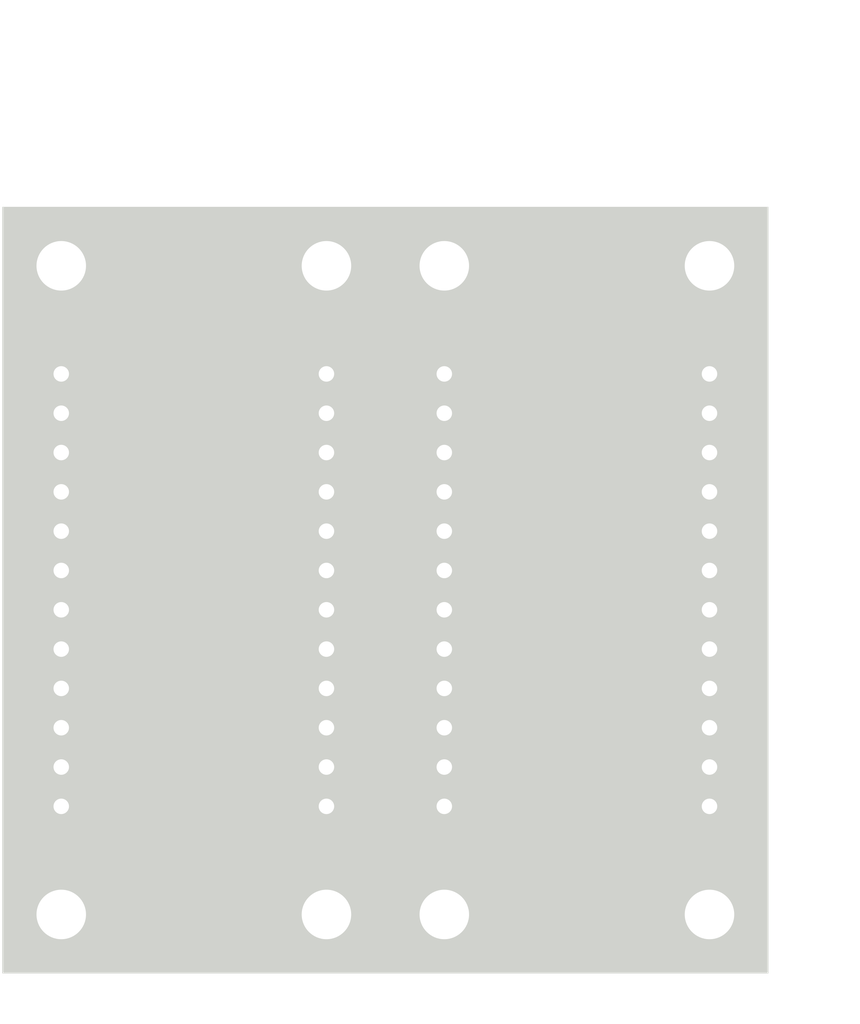
<source format=kicad_pcb>
(kicad_pcb (version 4) (host pcbnew 4.0.7+dfsg1-1~bpo9+1)

  (general
    (links 22)
    (no_connects 20)
    (area 0 0 0 0)
    (thickness 1.6)
    (drawings 12)
    (tracks 0)
    (zones 0)
    (modules 12)
    (nets 23)
  )

  (page A4)
  (layers
    (0 F.Cu signal)
    (31 B.Cu signal)
    (32 B.Adhes user)
    (33 F.Adhes user)
    (34 B.Paste user)
    (35 F.Paste user)
    (36 B.SilkS user hide)
    (37 F.SilkS user)
    (38 B.Mask user)
    (39 F.Mask user)
    (40 Dwgs.User user)
    (41 Cmts.User user)
    (42 Eco1.User user)
    (43 Eco2.User user)
    (44 Edge.Cuts user hide)
    (45 Margin user)
    (46 B.CrtYd user)
    (47 F.CrtYd user)
    (48 B.Fab user)
    (49 F.Fab user)
  )

  (setup
    (last_trace_width 0.25)
    (user_trace_width 0.5)
    (trace_clearance 0.2)
    (zone_clearance 0.508)
    (zone_45_only no)
    (trace_min 0.2)
    (segment_width 0.2)
    (edge_width 0.1)
    (via_size 0.6)
    (via_drill 0.4)
    (via_min_size 0.4)
    (via_min_drill 0.3)
    (uvia_size 0.3)
    (uvia_drill 0.1)
    (uvias_allowed no)
    (uvia_min_size 0.2)
    (uvia_min_drill 0.1)
    (pcb_text_width 0.3)
    (pcb_text_size 1.5 1.5)
    (mod_edge_width 0.15)
    (mod_text_size 1 1)
    (mod_text_width 0.15)
    (pad_size 1.5 1.5)
    (pad_drill 0.6)
    (pad_to_mask_clearance 0)
    (aux_axis_origin 0 0)
    (visible_elements FFFEFF7F)
    (pcbplotparams
      (layerselection 0x00030_80000001)
      (usegerberextensions false)
      (excludeedgelayer true)
      (linewidth 0.100000)
      (plotframeref false)
      (viasonmask false)
      (mode 1)
      (useauxorigin false)
      (hpglpennumber 1)
      (hpglpenspeed 20)
      (hpglpendiameter 15)
      (hpglpenoverlay 2)
      (psnegative false)
      (psa4output false)
      (plotreference true)
      (plotvalue true)
      (plotinvisibletext false)
      (padsonsilk false)
      (subtractmaskfromsilk false)
      (outputformat 1)
      (mirror false)
      (drillshape 1)
      (scaleselection 1)
      (outputdirectory ""))
  )

  (net 0 "")
  (net 1 /VIN)
  (net 2 /VCC)
  (net 3 /L0)
  (net 4 /L1)
  (net 5 /L2)
  (net 6 /L3)
  (net 7 /L4)
  (net 8 /L5)
  (net 9 /L6)
  (net 10 /L7)
  (net 11 /D0)
  (net 12 /D1)
  (net 13 /D2)
  (net 14 /D3)
  (net 15 /D4)
  (net 16 /D5)
  (net 17 /D6)
  (net 18 /D7)
  (net 19 /VIN2)
  (net 20 /VCC2)
  (net 21 /GND2)
  (net 22 /GND)

  (net_class Default "This is the default net class."
    (clearance 0.2)
    (trace_width 0.25)
    (via_dia 0.6)
    (via_drill 0.4)
    (uvia_dia 0.3)
    (uvia_drill 0.1)
    (add_net /D0)
    (add_net /D1)
    (add_net /D2)
    (add_net /D3)
    (add_net /D4)
    (add_net /D5)
    (add_net /D6)
    (add_net /D7)
    (add_net /GND)
    (add_net /GND2)
    (add_net /L0)
    (add_net /L1)
    (add_net /L2)
    (add_net /L3)
    (add_net /L4)
    (add_net /L5)
    (add_net /L6)
    (add_net /L7)
    (add_net /VCC)
    (add_net /VCC2)
    (add_net /VIN)
    (add_net /VIN2)
  )

  (module Mounting_Holes:MountingHole_3.2mm_M3 (layer F.Cu) (tedit 5AC3E0E7) (tstamp 5ACA4CE3)
    (at 128.27 128.27)
    (descr "Mounting Hole 3.2mm, no annular, M3")
    (tags "mounting hole 3.2mm no annular m3")
    (fp_text reference "" (at 0 -4.2) (layer F.SilkS) hide
      (effects (font (size 1 1) (thickness 0.15)))
    )
    (fp_text value M3 (at 0 2.54) (layer F.Fab)
      (effects (font (size 1 1) (thickness 0.15)))
    )
    (fp_circle (center 0 0) (end 3.2 0) (layer Cmts.User) (width 0.15))
    (fp_circle (center 0 0) (end 3.45 0) (layer F.CrtYd) (width 0.05))
    (pad 1 np_thru_hole circle (at 0 0) (size 3.2 3.2) (drill 3.2) (layers *.Cu *.Mask))
  )

  (module Mounting_Holes:MountingHole_3.2mm_M3 (layer F.Cu) (tedit 5AC3E0E2) (tstamp 5AD3E089)
    (at 145.415 128.27)
    (descr "Mounting Hole 3.2mm, no annular, M3")
    (tags "mounting hole 3.2mm no annular m3")
    (fp_text reference "" (at 0 -4.2) (layer F.Fab)
      (effects (font (size 1 1) (thickness 0.15)))
    )
    (fp_text value M3 (at 0 2.54) (layer F.Fab)
      (effects (font (size 1 1) (thickness 0.15)))
    )
    (fp_circle (center 0 0) (end 3.2 0) (layer Cmts.User) (width 0.15))
    (fp_circle (center 0 0) (end 3.45 0) (layer F.CrtYd) (width 0.05))
    (pad 1 np_thru_hole circle (at 0 0) (size 3.2 3.2) (drill 3.2) (layers *.Cu *.Mask))
  )

  (module Mounting_Holes:MountingHole_3.2mm_M3 (layer F.Cu) (tedit 5AC3F278) (tstamp 5ACA4CBC)
    (at 128.27 86.36)
    (descr "Mounting Hole 3.2mm, no annular, M3")
    (tags "mounting hole 3.2mm no annular m3")
    (fp_text reference M3 (at 0 2.54) (layer F.Fab)
      (effects (font (size 1 1) (thickness 0.15)))
    )
    (fp_text value "" (at 0 4.2) (layer F.Fab) hide
      (effects (font (size 1 1) (thickness 0.15)))
    )
    (fp_circle (center 0 0) (end 3.2 0) (layer Cmts.User) (width 0.15))
    (fp_circle (center 0 0) (end 3.45 0) (layer F.CrtYd) (width 0.05))
    (pad 1 np_thru_hole circle (at 0 0) (size 3.2 3.2) (drill 3.2) (layers *.Cu *.Mask))
  )

  (module Mounting_Holes:MountingHole_3.2mm_M3 (layer F.Cu) (tedit 5AC3F27C) (tstamp 5ACA4CC9)
    (at 170.18 86.36)
    (descr "Mounting Hole 3.2mm, no annular, M3")
    (tags "mounting hole 3.2mm no annular m3")
    (fp_text reference M3 (at 0 2.54) (layer F.Fab)
      (effects (font (size 1 1) (thickness 0.15)))
    )
    (fp_text value "" (at 0 4.2) (layer F.Fab) hide
      (effects (font (size 1 1) (thickness 0.15)))
    )
    (fp_circle (center 0 0) (end 3.2 0) (layer Cmts.User) (width 0.15))
    (fp_circle (center 0 0) (end 3.45 0) (layer F.CrtYd) (width 0.05))
    (pad 1 np_thru_hole circle (at 0 0) (size 3.2 3.2) (drill 3.2) (layers *.Cu *.Mask))
  )

  (module Mounting_Holes:MountingHole_3.2mm_M3 (layer F.Cu) (tedit 5AC3E0EB) (tstamp 5ACA4CD6)
    (at 170.18 128.27)
    (descr "Mounting Hole 3.2mm, no annular, M3")
    (tags "mounting hole 3.2mm no annular m3")
    (fp_text reference "" (at 0 -4.2) (layer F.SilkS) hide
      (effects (font (size 1 1) (thickness 0.15)))
    )
    (fp_text value M3 (at 0 2.54) (layer F.Fab)
      (effects (font (size 1 1) (thickness 0.15)))
    )
    (fp_circle (center 0 0) (end 3.2 0) (layer Cmts.User) (width 0.15))
    (fp_circle (center 0 0) (end 3.45 0) (layer F.CrtYd) (width 0.05))
    (pad 1 np_thru_hole circle (at 0 0) (size 3.2 3.2) (drill 3.2) (layers *.Cu *.Mask))
  )

  (module Mounting_Holes:MountingHole_3.2mm_M3 (layer F.Cu) (tedit 5AC3E03B) (tstamp 5AD3DFF5)
    (at 145.415 86.36)
    (descr "Mounting Hole 3.2mm, no annular, M3")
    (tags "mounting hole 3.2mm no annular m3")
    (fp_text reference "" (at 0 -4.2) (layer F.Fab)
      (effects (font (size 1 1) (thickness 0.15)))
    )
    (fp_text value M3 (at 0 2.54) (layer F.Fab)
      (effects (font (size 1 1) (thickness 0.15)))
    )
    (fp_circle (center 0 0) (end 3.2 0) (layer Cmts.User) (width 0.15))
    (fp_circle (center 0 0) (end 3.45 0) (layer F.CrtYd) (width 0.05))
    (pad 1 np_thru_hole circle (at 0 0) (size 3.2 3.2) (drill 3.2) (layers *.Cu *.Mask))
  )

  (module Mounting_Holes:MountingHole_3.2mm_M3 (layer F.Cu) (tedit 5AC3E0FE) (tstamp 5AD3E07C)
    (at 153.035 86.36)
    (descr "Mounting Hole 3.2mm, no annular, M3")
    (tags "mounting hole 3.2mm no annular m3")
    (fp_text reference "" (at 0 -4.2) (layer F.Fab)
      (effects (font (size 1 1) (thickness 0.15)))
    )
    (fp_text value M3 (at 0 2.54) (layer F.Fab)
      (effects (font (size 1 1) (thickness 0.15)))
    )
    (fp_circle (center 0 0) (end 3.2 0) (layer Cmts.User) (width 0.15))
    (fp_circle (center 0 0) (end 3.45 0) (layer F.CrtYd) (width 0.05))
    (pad 1 np_thru_hole circle (at 0 0) (size 3.2 3.2) (drill 3.2) (layers *.Cu *.Mask))
  )

  (module Mounting_Holes:MountingHole_3.2mm_M3 (layer F.Cu) (tedit 5AC3E0E0) (tstamp 5AD3E096)
    (at 153.035 128.27)
    (descr "Mounting Hole 3.2mm, no annular, M3")
    (tags "mounting hole 3.2mm no annular m3")
    (fp_text reference "" (at 0 -4.2) (layer F.Fab)
      (effects (font (size 1 1) (thickness 0.15)))
    )
    (fp_text value M3 (at 0 2.54) (layer F.Fab)
      (effects (font (size 1 1) (thickness 0.15)))
    )
    (fp_circle (center 0 0) (end 3.2 0) (layer Cmts.User) (width 0.15))
    (fp_circle (center 0 0) (end 3.45 0) (layer F.CrtYd) (width 0.05))
    (pad 1 np_thru_hole circle (at 0 0) (size 3.2 3.2) (drill 3.2) (layers *.Cu *.Mask))
  )

  (module Pin_Headers:Pin_Header_Straight_1x12_Pitch2.54mm (layer F.Cu) (tedit 59650532) (tstamp 5AC522E5)
    (at 128.27 93.345)
    (descr "Through hole straight pin header, 1x12, 2.54mm pitch, single row")
    (tags "Through hole pin header THT 1x12 2.54mm single row")
    (path /5AC3D559)
    (fp_text reference I1 (at 0 -2.33) (layer F.SilkS)
      (effects (font (size 1 1) (thickness 0.15)))
    )
    (fp_text value Input (at 0 30.27) (layer F.Fab)
      (effects (font (size 1 1) (thickness 0.15)))
    )
    (fp_line (start -0.635 -1.27) (end 1.27 -1.27) (layer F.Fab) (width 0.1))
    (fp_line (start 1.27 -1.27) (end 1.27 29.21) (layer F.Fab) (width 0.1))
    (fp_line (start 1.27 29.21) (end -1.27 29.21) (layer F.Fab) (width 0.1))
    (fp_line (start -1.27 29.21) (end -1.27 -0.635) (layer F.Fab) (width 0.1))
    (fp_line (start -1.27 -0.635) (end -0.635 -1.27) (layer F.Fab) (width 0.1))
    (fp_line (start -1.33 29.27) (end 1.33 29.27) (layer F.SilkS) (width 0.12))
    (fp_line (start -1.33 1.27) (end -1.33 29.27) (layer F.SilkS) (width 0.12))
    (fp_line (start 1.33 1.27) (end 1.33 29.27) (layer F.SilkS) (width 0.12))
    (fp_line (start -1.33 1.27) (end 1.33 1.27) (layer F.SilkS) (width 0.12))
    (fp_line (start -1.33 0) (end -1.33 -1.33) (layer F.SilkS) (width 0.12))
    (fp_line (start -1.33 -1.33) (end 0 -1.33) (layer F.SilkS) (width 0.12))
    (fp_line (start -1.8 -1.8) (end -1.8 29.75) (layer F.CrtYd) (width 0.05))
    (fp_line (start -1.8 29.75) (end 1.8 29.75) (layer F.CrtYd) (width 0.05))
    (fp_line (start 1.8 29.75) (end 1.8 -1.8) (layer F.CrtYd) (width 0.05))
    (fp_line (start 1.8 -1.8) (end -1.8 -1.8) (layer F.CrtYd) (width 0.05))
    (fp_text user %R (at 0 13.97 90) (layer F.Fab)
      (effects (font (size 1 1) (thickness 0.15)))
    )
    (pad 1 thru_hole rect (at 0 0) (size 1.7 1.7) (drill 1) (layers *.Cu *.Mask)
      (net 1 /VIN))
    (pad 2 thru_hole oval (at 0 2.54) (size 1.7 1.7) (drill 1) (layers *.Cu *.Mask)
      (net 2 /VCC))
    (pad 3 thru_hole oval (at 0 5.08) (size 1.7 1.7) (drill 1) (layers *.Cu *.Mask)
      (net 22 /GND))
    (pad 4 thru_hole oval (at 0 7.62) (size 1.7 1.7) (drill 1) (layers *.Cu *.Mask))
    (pad 5 thru_hole oval (at 0 10.16) (size 1.7 1.7) (drill 1) (layers *.Cu *.Mask)
      (net 3 /L0))
    (pad 6 thru_hole oval (at 0 12.7) (size 1.7 1.7) (drill 1) (layers *.Cu *.Mask)
      (net 4 /L1))
    (pad 7 thru_hole oval (at 0 15.24) (size 1.7 1.7) (drill 1) (layers *.Cu *.Mask)
      (net 5 /L2))
    (pad 8 thru_hole oval (at 0 17.78) (size 1.7 1.7) (drill 1) (layers *.Cu *.Mask)
      (net 6 /L3))
    (pad 9 thru_hole oval (at 0 20.32) (size 1.7 1.7) (drill 1) (layers *.Cu *.Mask)
      (net 7 /L4))
    (pad 10 thru_hole oval (at 0 22.86) (size 1.7 1.7) (drill 1) (layers *.Cu *.Mask)
      (net 8 /L5))
    (pad 11 thru_hole oval (at 0 25.4) (size 1.7 1.7) (drill 1) (layers *.Cu *.Mask)
      (net 9 /L6))
    (pad 12 thru_hole oval (at 0 27.94) (size 1.7 1.7) (drill 1) (layers *.Cu *.Mask)
      (net 10 /L7))
    (model ${KISYS3DMOD}/Pin_Headers.3dshapes/Pin_Header_Straight_1x12_Pitch2.54mm.wrl
      (at (xyz 0 0 0))
      (scale (xyz 1 1 1))
      (rotate (xyz 0 0 0))
    )
  )

  (module Pin_Headers:Pin_Header_Straight_1x12_Pitch2.54mm (layer F.Cu) (tedit 59650532) (tstamp 5AC52305)
    (at 153.035 93.345)
    (descr "Through hole straight pin header, 1x12, 2.54mm pitch, single row")
    (tags "Through hole pin header THT 1x12 2.54mm single row")
    (path /5AC3F374)
    (fp_text reference I2 (at 0 -2.33) (layer F.SilkS)
      (effects (font (size 1 1) (thickness 0.15)))
    )
    (fp_text value Input (at 0 30.27) (layer F.Fab)
      (effects (font (size 1 1) (thickness 0.15)))
    )
    (fp_line (start -0.635 -1.27) (end 1.27 -1.27) (layer F.Fab) (width 0.1))
    (fp_line (start 1.27 -1.27) (end 1.27 29.21) (layer F.Fab) (width 0.1))
    (fp_line (start 1.27 29.21) (end -1.27 29.21) (layer F.Fab) (width 0.1))
    (fp_line (start -1.27 29.21) (end -1.27 -0.635) (layer F.Fab) (width 0.1))
    (fp_line (start -1.27 -0.635) (end -0.635 -1.27) (layer F.Fab) (width 0.1))
    (fp_line (start -1.33 29.27) (end 1.33 29.27) (layer F.SilkS) (width 0.12))
    (fp_line (start -1.33 1.27) (end -1.33 29.27) (layer F.SilkS) (width 0.12))
    (fp_line (start 1.33 1.27) (end 1.33 29.27) (layer F.SilkS) (width 0.12))
    (fp_line (start -1.33 1.27) (end 1.33 1.27) (layer F.SilkS) (width 0.12))
    (fp_line (start -1.33 0) (end -1.33 -1.33) (layer F.SilkS) (width 0.12))
    (fp_line (start -1.33 -1.33) (end 0 -1.33) (layer F.SilkS) (width 0.12))
    (fp_line (start -1.8 -1.8) (end -1.8 29.75) (layer F.CrtYd) (width 0.05))
    (fp_line (start -1.8 29.75) (end 1.8 29.75) (layer F.CrtYd) (width 0.05))
    (fp_line (start 1.8 29.75) (end 1.8 -1.8) (layer F.CrtYd) (width 0.05))
    (fp_line (start 1.8 -1.8) (end -1.8 -1.8) (layer F.CrtYd) (width 0.05))
    (fp_text user %R (at 0 13.97 90) (layer F.Fab)
      (effects (font (size 1 1) (thickness 0.15)))
    )
    (pad 1 thru_hole rect (at 0 0) (size 1.7 1.7) (drill 1) (layers *.Cu *.Mask)
      (net 19 /VIN2))
    (pad 2 thru_hole oval (at 0 2.54) (size 1.7 1.7) (drill 1) (layers *.Cu *.Mask)
      (net 20 /VCC2))
    (pad 3 thru_hole oval (at 0 5.08) (size 1.7 1.7) (drill 1) (layers *.Cu *.Mask)
      (net 21 /GND2))
    (pad 4 thru_hole oval (at 0 7.62) (size 1.7 1.7) (drill 1) (layers *.Cu *.Mask))
    (pad 5 thru_hole oval (at 0 10.16) (size 1.7 1.7) (drill 1) (layers *.Cu *.Mask)
      (net 11 /D0))
    (pad 6 thru_hole oval (at 0 12.7) (size 1.7 1.7) (drill 1) (layers *.Cu *.Mask)
      (net 12 /D1))
    (pad 7 thru_hole oval (at 0 15.24) (size 1.7 1.7) (drill 1) (layers *.Cu *.Mask)
      (net 13 /D2))
    (pad 8 thru_hole oval (at 0 17.78) (size 1.7 1.7) (drill 1) (layers *.Cu *.Mask)
      (net 14 /D3))
    (pad 9 thru_hole oval (at 0 20.32) (size 1.7 1.7) (drill 1) (layers *.Cu *.Mask)
      (net 15 /D4))
    (pad 10 thru_hole oval (at 0 22.86) (size 1.7 1.7) (drill 1) (layers *.Cu *.Mask)
      (net 16 /D5))
    (pad 11 thru_hole oval (at 0 25.4) (size 1.7 1.7) (drill 1) (layers *.Cu *.Mask)
      (net 17 /D6))
    (pad 12 thru_hole oval (at 0 27.94) (size 1.7 1.7) (drill 1) (layers *.Cu *.Mask)
      (net 18 /D7))
    (model ${KISYS3DMOD}/Pin_Headers.3dshapes/Pin_Header_Straight_1x12_Pitch2.54mm.wrl
      (at (xyz 0 0 0))
      (scale (xyz 1 1 1))
      (rotate (xyz 0 0 0))
    )
  )

  (module Socket_Strips:Socket_Strip_Straight_1x12_Pitch2.54mm (layer F.Cu) (tedit 58CD5446) (tstamp 5AC52324)
    (at 145.415 93.345)
    (descr "Through hole straight socket strip, 1x12, 2.54mm pitch, single row")
    (tags "Through hole socket strip THT 1x12 2.54mm single row")
    (path /5AC3D61D)
    (fp_text reference O1 (at 0 -2.33) (layer F.SilkS)
      (effects (font (size 1 1) (thickness 0.15)))
    )
    (fp_text value Output (at 0 30.27) (layer F.Fab)
      (effects (font (size 1 1) (thickness 0.15)))
    )
    (fp_line (start -1.27 -1.27) (end -1.27 29.21) (layer F.Fab) (width 0.1))
    (fp_line (start -1.27 29.21) (end 1.27 29.21) (layer F.Fab) (width 0.1))
    (fp_line (start 1.27 29.21) (end 1.27 -1.27) (layer F.Fab) (width 0.1))
    (fp_line (start 1.27 -1.27) (end -1.27 -1.27) (layer F.Fab) (width 0.1))
    (fp_line (start -1.33 1.27) (end -1.33 29.27) (layer F.SilkS) (width 0.12))
    (fp_line (start -1.33 29.27) (end 1.33 29.27) (layer F.SilkS) (width 0.12))
    (fp_line (start 1.33 29.27) (end 1.33 1.27) (layer F.SilkS) (width 0.12))
    (fp_line (start 1.33 1.27) (end -1.33 1.27) (layer F.SilkS) (width 0.12))
    (fp_line (start -1.33 0) (end -1.33 -1.33) (layer F.SilkS) (width 0.12))
    (fp_line (start -1.33 -1.33) (end 0 -1.33) (layer F.SilkS) (width 0.12))
    (fp_line (start -1.8 -1.8) (end -1.8 29.75) (layer F.CrtYd) (width 0.05))
    (fp_line (start -1.8 29.75) (end 1.8 29.75) (layer F.CrtYd) (width 0.05))
    (fp_line (start 1.8 29.75) (end 1.8 -1.8) (layer F.CrtYd) (width 0.05))
    (fp_line (start 1.8 -1.8) (end -1.8 -1.8) (layer F.CrtYd) (width 0.05))
    (fp_text user %R (at 0 -2.33) (layer F.Fab)
      (effects (font (size 1 1) (thickness 0.15)))
    )
    (pad 1 thru_hole rect (at 0 0) (size 1.7 1.7) (drill 1) (layers *.Cu *.Mask)
      (net 1 /VIN))
    (pad 2 thru_hole oval (at 0 2.54) (size 1.7 1.7) (drill 1) (layers *.Cu *.Mask)
      (net 2 /VCC))
    (pad 3 thru_hole oval (at 0 5.08) (size 1.7 1.7) (drill 1) (layers *.Cu *.Mask)
      (net 22 /GND))
    (pad 4 thru_hole oval (at 0 7.62) (size 1.7 1.7) (drill 1) (layers *.Cu *.Mask))
    (pad 5 thru_hole oval (at 0 10.16) (size 1.7 1.7) (drill 1) (layers *.Cu *.Mask)
      (net 3 /L0))
    (pad 6 thru_hole oval (at 0 12.7) (size 1.7 1.7) (drill 1) (layers *.Cu *.Mask)
      (net 4 /L1))
    (pad 7 thru_hole oval (at 0 15.24) (size 1.7 1.7) (drill 1) (layers *.Cu *.Mask)
      (net 5 /L2))
    (pad 8 thru_hole oval (at 0 17.78) (size 1.7 1.7) (drill 1) (layers *.Cu *.Mask)
      (net 6 /L3))
    (pad 9 thru_hole oval (at 0 20.32) (size 1.7 1.7) (drill 1) (layers *.Cu *.Mask)
      (net 7 /L4))
    (pad 10 thru_hole oval (at 0 22.86) (size 1.7 1.7) (drill 1) (layers *.Cu *.Mask)
      (net 8 /L5))
    (pad 11 thru_hole oval (at 0 25.4) (size 1.7 1.7) (drill 1) (layers *.Cu *.Mask)
      (net 9 /L6))
    (pad 12 thru_hole oval (at 0 27.94) (size 1.7 1.7) (drill 1) (layers *.Cu *.Mask)
      (net 10 /L7))
    (model ${KISYS3DMOD}/Socket_Strips.3dshapes/Socket_Strip_Straight_1x12_Pitch2.54mm.wrl
      (at (xyz 0 -0.55 0))
      (scale (xyz 1 1 1))
      (rotate (xyz 0 0 270))
    )
  )

  (module Socket_Strips:Socket_Strip_Straight_1x12_Pitch2.54mm (layer F.Cu) (tedit 58CD5446) (tstamp 5AC52343)
    (at 170.18 93.345)
    (descr "Through hole straight socket strip, 1x12, 2.54mm pitch, single row")
    (tags "Through hole socket strip THT 1x12 2.54mm single row")
    (path /5AC3F2A9)
    (fp_text reference O2 (at 0 -2.33) (layer F.SilkS)
      (effects (font (size 1 1) (thickness 0.15)))
    )
    (fp_text value Output (at 0 30.27) (layer F.Fab)
      (effects (font (size 1 1) (thickness 0.15)))
    )
    (fp_line (start -1.27 -1.27) (end -1.27 29.21) (layer F.Fab) (width 0.1))
    (fp_line (start -1.27 29.21) (end 1.27 29.21) (layer F.Fab) (width 0.1))
    (fp_line (start 1.27 29.21) (end 1.27 -1.27) (layer F.Fab) (width 0.1))
    (fp_line (start 1.27 -1.27) (end -1.27 -1.27) (layer F.Fab) (width 0.1))
    (fp_line (start -1.33 1.27) (end -1.33 29.27) (layer F.SilkS) (width 0.12))
    (fp_line (start -1.33 29.27) (end 1.33 29.27) (layer F.SilkS) (width 0.12))
    (fp_line (start 1.33 29.27) (end 1.33 1.27) (layer F.SilkS) (width 0.12))
    (fp_line (start 1.33 1.27) (end -1.33 1.27) (layer F.SilkS) (width 0.12))
    (fp_line (start -1.33 0) (end -1.33 -1.33) (layer F.SilkS) (width 0.12))
    (fp_line (start -1.33 -1.33) (end 0 -1.33) (layer F.SilkS) (width 0.12))
    (fp_line (start -1.8 -1.8) (end -1.8 29.75) (layer F.CrtYd) (width 0.05))
    (fp_line (start -1.8 29.75) (end 1.8 29.75) (layer F.CrtYd) (width 0.05))
    (fp_line (start 1.8 29.75) (end 1.8 -1.8) (layer F.CrtYd) (width 0.05))
    (fp_line (start 1.8 -1.8) (end -1.8 -1.8) (layer F.CrtYd) (width 0.05))
    (fp_text user %R (at 0 -2.33) (layer F.Fab)
      (effects (font (size 1 1) (thickness 0.15)))
    )
    (pad 1 thru_hole rect (at 0 0) (size 1.7 1.7) (drill 1) (layers *.Cu *.Mask)
      (net 19 /VIN2))
    (pad 2 thru_hole oval (at 0 2.54) (size 1.7 1.7) (drill 1) (layers *.Cu *.Mask)
      (net 20 /VCC2))
    (pad 3 thru_hole oval (at 0 5.08) (size 1.7 1.7) (drill 1) (layers *.Cu *.Mask)
      (net 21 /GND2))
    (pad 4 thru_hole oval (at 0 7.62) (size 1.7 1.7) (drill 1) (layers *.Cu *.Mask))
    (pad 5 thru_hole oval (at 0 10.16) (size 1.7 1.7) (drill 1) (layers *.Cu *.Mask)
      (net 11 /D0))
    (pad 6 thru_hole oval (at 0 12.7) (size 1.7 1.7) (drill 1) (layers *.Cu *.Mask)
      (net 12 /D1))
    (pad 7 thru_hole oval (at 0 15.24) (size 1.7 1.7) (drill 1) (layers *.Cu *.Mask)
      (net 13 /D2))
    (pad 8 thru_hole oval (at 0 17.78) (size 1.7 1.7) (drill 1) (layers *.Cu *.Mask)
      (net 14 /D3))
    (pad 9 thru_hole oval (at 0 20.32) (size 1.7 1.7) (drill 1) (layers *.Cu *.Mask)
      (net 15 /D4))
    (pad 10 thru_hole oval (at 0 22.86) (size 1.7 1.7) (drill 1) (layers *.Cu *.Mask)
      (net 16 /D5))
    (pad 11 thru_hole oval (at 0 25.4) (size 1.7 1.7) (drill 1) (layers *.Cu *.Mask)
      (net 17 /D6))
    (pad 12 thru_hole oval (at 0 27.94) (size 1.7 1.7) (drill 1) (layers *.Cu *.Mask)
      (net 18 /D7))
    (model ${KISYS3DMOD}/Socket_Strips.3dshapes/Socket_Strip_Straight_1x12_Pitch2.54mm.wrl
      (at (xyz 0 -0.55 0))
      (scale (xyz 1 1 1))
      (rotate (xyz 0 0 270))
    )
  )

  (dimension 7.62 (width 0.3) (layer F.Fab)
    (gr_text "7.620 mm" (at 149.225 81.36) (layer F.Fab)
      (effects (font (size 1.5 1.5) (thickness 0.3)))
    )
    (feature1 (pts (xy 153.035 80.01) (xy 153.035 82.71)))
    (feature2 (pts (xy 145.415 80.01) (xy 145.415 82.71)))
    (crossbar (pts (xy 145.415 80.01) (xy 153.035 80.01)))
    (arrow1a (pts (xy 153.035 80.01) (xy 151.908496 80.596421)))
    (arrow1b (pts (xy 153.035 80.01) (xy 151.908496 79.423579)))
    (arrow2a (pts (xy 145.415 80.01) (xy 146.541504 80.596421)))
    (arrow2b (pts (xy 145.415 80.01) (xy 146.541504 79.423579)))
  )
  (dimension 2.54 (width 0.3) (layer F.Fab)
    (gr_text "2.540 mm" (at 149.225 71.04) (layer F.Fab)
      (effects (font (size 1.5 1.5) (thickness 0.3)))
    )
    (feature1 (pts (xy 150.495 73.66) (xy 150.495 69.69)))
    (feature2 (pts (xy 147.955 73.66) (xy 147.955 69.69)))
    (crossbar (pts (xy 147.955 72.39) (xy 150.495 72.39)))
    (arrow1a (pts (xy 150.495 72.39) (xy 149.368496 72.976421)))
    (arrow1b (pts (xy 150.495 72.39) (xy 149.368496 71.803579)))
    (arrow2a (pts (xy 147.955 72.39) (xy 149.081504 72.976421)))
    (arrow2b (pts (xy 147.955 72.39) (xy 149.081504 71.803579)))
  )
  (dimension 3.81 (width 0.3) (layer F.Fab)
    (gr_text "3.810 mm" (at 172.085 135.255) (layer F.Fab)
      (effects (font (size 1.5 1.5) (thickness 0.3)))
    )
    (feature1 (pts (xy 173.99 133.985) (xy 173.99 133.35)))
    (feature2 (pts (xy 170.18 133.985) (xy 170.18 133.35)))
    (crossbar (pts (xy 170.18 133.35) (xy 173.99 133.35)))
    (arrow1a (pts (xy 173.99 133.35) (xy 172.863496 133.936421)))
    (arrow1b (pts (xy 173.99 133.35) (xy 172.863496 132.763579)))
    (arrow2a (pts (xy 170.18 133.35) (xy 171.306504 133.936421)))
    (arrow2b (pts (xy 170.18 133.35) (xy 171.306504 132.763579)))
  )
  (dimension 3.81 (width 0.3) (layer F.Fab)
    (gr_text "3.810 mm" (at 151.13 135.89) (layer F.Fab)
      (effects (font (size 1.5 1.5) (thickness 0.3)))
    )
    (feature1 (pts (xy 153.035 133.985) (xy 153.035 134.62)))
    (feature2 (pts (xy 149.225 133.985) (xy 149.225 134.62)))
    (crossbar (pts (xy 149.225 134.62) (xy 153.035 134.62)))
    (arrow1a (pts (xy 153.035 134.62) (xy 151.908496 135.206421)))
    (arrow1b (pts (xy 153.035 134.62) (xy 151.908496 134.033579)))
    (arrow2a (pts (xy 149.225 134.62) (xy 150.351504 135.206421)))
    (arrow2b (pts (xy 149.225 134.62) (xy 150.351504 134.033579)))
  )
  (dimension 10.795 (width 0.3) (layer F.Fab)
    (gr_text "10.795 mm" (at 176.61 126.6825 270) (layer F.Fab)
      (effects (font (size 1.5 1.5) (thickness 0.3)))
    )
    (feature1 (pts (xy 175.26 132.08) (xy 177.96 132.08)))
    (feature2 (pts (xy 175.26 121.285) (xy 177.96 121.285)))
    (crossbar (pts (xy 175.26 121.285) (xy 175.26 132.08)))
    (arrow1a (pts (xy 175.26 132.08) (xy 174.673579 130.953496)))
    (arrow1b (pts (xy 175.26 132.08) (xy 175.846421 130.953496)))
    (arrow2a (pts (xy 175.26 121.285) (xy 174.673579 122.411504)))
    (arrow2b (pts (xy 175.26 121.285) (xy 175.846421 122.411504)))
  )
  (dimension 10.795 (width 0.3) (layer F.Fab)
    (gr_text "10.795 mm" (at 177.8 88.265 270) (layer F.Fab)
      (effects (font (size 1.5 1.5) (thickness 0.3)))
    )
    (feature1 (pts (xy 175.895 93.345) (xy 175.895 93.345)))
    (feature2 (pts (xy 175.895 82.55) (xy 175.895 82.55)))
    (crossbar (pts (xy 175.895 82.55) (xy 175.895 93.345)))
    (arrow1a (pts (xy 175.895 93.345) (xy 175.308579 92.218496)))
    (arrow1b (pts (xy 175.895 93.345) (xy 176.481421 92.218496)))
    (arrow2a (pts (xy 175.895 82.55) (xy 175.308579 83.676504)))
    (arrow2b (pts (xy 175.895 82.55) (xy 176.481421 83.676504)))
  )
  (dimension 3.81 (width 0.3) (layer F.Fab)
    (gr_text "3.810 mm" (at 172.085 80.565) (layer F.Fab)
      (effects (font (size 1.5 1.5) (thickness 0.3)))
    )
    (feature1 (pts (xy 173.99 81.915) (xy 173.99 79.215)))
    (feature2 (pts (xy 170.18 81.915) (xy 170.18 79.215)))
    (crossbar (pts (xy 170.18 81.915) (xy 173.99 81.915)))
    (arrow1a (pts (xy 173.99 81.915) (xy 172.863496 82.501421)))
    (arrow1b (pts (xy 173.99 81.915) (xy 172.863496 81.328579)))
    (arrow2a (pts (xy 170.18 81.915) (xy 171.306504 82.501421)))
    (arrow2b (pts (xy 170.18 81.915) (xy 171.306504 81.328579)))
  )
  (gr_text "LED Module V1.0\nhttp://nickthecoder.co.uk" (at 157.48 119.38 270) (layer B.SilkS)
    (effects (font (size 1.5 1.5) (thickness 0.3)) (justify left mirror))
  )
  (gr_line (start 149.225 83.185) (end 149.225 131.445) (angle 90) (layer F.SilkS) (width 0.2))
  (dimension 24.765 (width 0.3) (layer F.Fab)
    (gr_text "24.765 mm" (at 161.6075 76.755) (layer F.Fab)
      (effects (font (size 1.5 1.5) (thickness 0.3)))
    )
    (feature1 (pts (xy 173.99 78.105) (xy 173.99 75.405)))
    (feature2 (pts (xy 149.225 78.105) (xy 149.225 75.405)))
    (crossbar (pts (xy 149.225 78.105) (xy 173.99 78.105)))
    (arrow1a (pts (xy 173.99 78.105) (xy 172.863496 78.691421)))
    (arrow1b (pts (xy 173.99 78.105) (xy 172.863496 77.518579)))
    (arrow2a (pts (xy 149.225 78.105) (xy 150.351504 78.691421)))
    (arrow2b (pts (xy 149.225 78.105) (xy 150.351504 77.518579)))
  )
  (dimension 24.765 (width 0.3) (layer F.Fab)
    (gr_text "24.765 mm" (at 136.8425 76.755) (layer F.Fab)
      (effects (font (size 1.5 1.5) (thickness 0.3)))
    )
    (feature1 (pts (xy 149.225 79.375) (xy 149.225 75.405)))
    (feature2 (pts (xy 124.46 79.375) (xy 124.46 75.405)))
    (crossbar (pts (xy 124.46 78.105) (xy 149.225 78.105)))
    (arrow1a (pts (xy 149.225 78.105) (xy 148.098496 78.691421)))
    (arrow1b (pts (xy 149.225 78.105) (xy 148.098496 77.518579)))
    (arrow2a (pts (xy 124.46 78.105) (xy 125.586504 78.691421)))
    (arrow2b (pts (xy 124.46 78.105) (xy 125.586504 77.518579)))
  )
  (gr_text "Power Module V1.0\nhttp://nickthecoder.co.uk" (at 138.43 120.015 270) (layer B.SilkS)
    (effects (font (size 1.5 1.5) (thickness 0.3)) (justify left mirror))
  )

  (zone (net 0) (net_name "") (layer Edge.Cuts) (tstamp 5AC24303) (hatch edge 0.508)
    (connect_pads (clearance 0.508))
    (min_thickness 0.001)
    (fill yes (arc_segments 16) (thermal_gap 0.508) (thermal_bridge_width 0.508))
    (polygon
      (pts
        (xy 173.99 132.08) (xy 124.46 132.08) (xy 124.46 82.55) (xy 173.99 82.55)
      )
    )
    (filled_polygon
      (pts
        (xy 173.9895 132.0795) (xy 124.4605 132.0795) (xy 124.4605 82.5505) (xy 173.9895 82.5505)
      )
    )
  )
  (zone (net 21) (net_name /GND2) (layer B.Cu) (tstamp 5AD3EE3D) (hatch edge 0.508)
    (connect_pads (clearance 0.508))
    (min_thickness 0.254)
    (fill yes (arc_segments 16) (thermal_gap 0.508) (thermal_bridge_width 0.508))
    (polygon
      (pts
        (xy 172.72 130.81) (xy 150.495 130.81) (xy 150.495 83.82) (xy 172.72 83.82)
      )
    )
    (filled_polygon
      (pts
        (xy 172.593 130.683) (xy 150.622 130.683) (xy 150.622 128.712619) (xy 150.799613 128.712619) (xy 151.139155 129.534372)
        (xy 151.767321 130.163636) (xy 152.588481 130.504611) (xy 153.477619 130.505387) (xy 154.299372 130.165845) (xy 154.928636 129.537679)
        (xy 155.269611 128.716519) (xy 155.269614 128.712619) (xy 167.944613 128.712619) (xy 168.284155 129.534372) (xy 168.912321 130.163636)
        (xy 169.733481 130.504611) (xy 170.622619 130.505387) (xy 171.444372 130.165845) (xy 172.073636 129.537679) (xy 172.414611 128.716519)
        (xy 172.415387 127.827381) (xy 172.075845 127.005628) (xy 171.447679 126.376364) (xy 170.626519 126.035389) (xy 169.737381 126.034613)
        (xy 168.915628 126.374155) (xy 168.286364 127.002321) (xy 167.945389 127.823481) (xy 167.944613 128.712619) (xy 155.269614 128.712619)
        (xy 155.270387 127.827381) (xy 154.930845 127.005628) (xy 154.302679 126.376364) (xy 153.481519 126.035389) (xy 152.592381 126.034613)
        (xy 151.770628 126.374155) (xy 151.141364 127.002321) (xy 150.800389 127.823481) (xy 150.799613 128.712619) (xy 150.622 128.712619)
        (xy 150.622 100.965) (xy 151.520907 100.965) (xy 151.633946 101.533285) (xy 151.955853 102.015054) (xy 152.285026 102.235)
        (xy 151.955853 102.454946) (xy 151.633946 102.936715) (xy 151.520907 103.505) (xy 151.633946 104.073285) (xy 151.955853 104.555054)
        (xy 152.285026 104.775) (xy 151.955853 104.994946) (xy 151.633946 105.476715) (xy 151.520907 106.045) (xy 151.633946 106.613285)
        (xy 151.955853 107.095054) (xy 152.285026 107.315) (xy 151.955853 107.534946) (xy 151.633946 108.016715) (xy 151.520907 108.585)
        (xy 151.633946 109.153285) (xy 151.955853 109.635054) (xy 152.285026 109.855) (xy 151.955853 110.074946) (xy 151.633946 110.556715)
        (xy 151.520907 111.125) (xy 151.633946 111.693285) (xy 151.955853 112.175054) (xy 152.285026 112.395) (xy 151.955853 112.614946)
        (xy 151.633946 113.096715) (xy 151.520907 113.665) (xy 151.633946 114.233285) (xy 151.955853 114.715054) (xy 152.285026 114.935)
        (xy 151.955853 115.154946) (xy 151.633946 115.636715) (xy 151.520907 116.205) (xy 151.633946 116.773285) (xy 151.955853 117.255054)
        (xy 152.285026 117.475) (xy 151.955853 117.694946) (xy 151.633946 118.176715) (xy 151.520907 118.745) (xy 151.633946 119.313285)
        (xy 151.955853 119.795054) (xy 152.285026 120.015) (xy 151.955853 120.234946) (xy 151.633946 120.716715) (xy 151.520907 121.285)
        (xy 151.633946 121.853285) (xy 151.955853 122.335054) (xy 152.437622 122.656961) (xy 153.005907 122.77) (xy 153.064093 122.77)
        (xy 153.632378 122.656961) (xy 154.114147 122.335054) (xy 154.436054 121.853285) (xy 154.549093 121.285) (xy 154.436054 120.716715)
        (xy 154.114147 120.234946) (xy 153.784974 120.015) (xy 154.114147 119.795054) (xy 154.436054 119.313285) (xy 154.549093 118.745)
        (xy 154.436054 118.176715) (xy 154.114147 117.694946) (xy 153.784974 117.475) (xy 154.114147 117.255054) (xy 154.436054 116.773285)
        (xy 154.549093 116.205) (xy 154.436054 115.636715) (xy 154.114147 115.154946) (xy 153.784974 114.935) (xy 154.114147 114.715054)
        (xy 154.436054 114.233285) (xy 154.549093 113.665) (xy 154.436054 113.096715) (xy 154.114147 112.614946) (xy 153.784974 112.395)
        (xy 154.114147 112.175054) (xy 154.436054 111.693285) (xy 154.549093 111.125) (xy 154.436054 110.556715) (xy 154.114147 110.074946)
        (xy 153.784974 109.855) (xy 154.114147 109.635054) (xy 154.436054 109.153285) (xy 154.549093 108.585) (xy 154.436054 108.016715)
        (xy 154.114147 107.534946) (xy 153.784974 107.315) (xy 154.114147 107.095054) (xy 154.436054 106.613285) (xy 154.549093 106.045)
        (xy 154.436054 105.476715) (xy 154.114147 104.994946) (xy 153.784974 104.775) (xy 154.114147 104.555054) (xy 154.436054 104.073285)
        (xy 154.549093 103.505) (xy 154.436054 102.936715) (xy 154.114147 102.454946) (xy 153.784974 102.235) (xy 154.114147 102.015054)
        (xy 154.436054 101.533285) (xy 154.549093 100.965) (xy 168.665907 100.965) (xy 168.778946 101.533285) (xy 169.100853 102.015054)
        (xy 169.430026 102.235) (xy 169.100853 102.454946) (xy 168.778946 102.936715) (xy 168.665907 103.505) (xy 168.778946 104.073285)
        (xy 169.100853 104.555054) (xy 169.430026 104.775) (xy 169.100853 104.994946) (xy 168.778946 105.476715) (xy 168.665907 106.045)
        (xy 168.778946 106.613285) (xy 169.100853 107.095054) (xy 169.430026 107.315) (xy 169.100853 107.534946) (xy 168.778946 108.016715)
        (xy 168.665907 108.585) (xy 168.778946 109.153285) (xy 169.100853 109.635054) (xy 169.430026 109.855) (xy 169.100853 110.074946)
        (xy 168.778946 110.556715) (xy 168.665907 111.125) (xy 168.778946 111.693285) (xy 169.100853 112.175054) (xy 169.430026 112.395)
        (xy 169.100853 112.614946) (xy 168.778946 113.096715) (xy 168.665907 113.665) (xy 168.778946 114.233285) (xy 169.100853 114.715054)
        (xy 169.430026 114.935) (xy 169.100853 115.154946) (xy 168.778946 115.636715) (xy 168.665907 116.205) (xy 168.778946 116.773285)
        (xy 169.100853 117.255054) (xy 169.430026 117.475) (xy 169.100853 117.694946) (xy 168.778946 118.176715) (xy 168.665907 118.745)
        (xy 168.778946 119.313285) (xy 169.100853 119.795054) (xy 169.430026 120.015) (xy 169.100853 120.234946) (xy 168.778946 120.716715)
        (xy 168.665907 121.285) (xy 168.778946 121.853285) (xy 169.100853 122.335054) (xy 169.582622 122.656961) (xy 170.150907 122.77)
        (xy 170.209093 122.77) (xy 170.777378 122.656961) (xy 171.259147 122.335054) (xy 171.581054 121.853285) (xy 171.694093 121.285)
        (xy 171.581054 120.716715) (xy 171.259147 120.234946) (xy 170.929974 120.015) (xy 171.259147 119.795054) (xy 171.581054 119.313285)
        (xy 171.694093 118.745) (xy 171.581054 118.176715) (xy 171.259147 117.694946) (xy 170.929974 117.475) (xy 171.259147 117.255054)
        (xy 171.581054 116.773285) (xy 171.694093 116.205) (xy 171.581054 115.636715) (xy 171.259147 115.154946) (xy 170.929974 114.935)
        (xy 171.259147 114.715054) (xy 171.581054 114.233285) (xy 171.694093 113.665) (xy 171.581054 113.096715) (xy 171.259147 112.614946)
        (xy 170.929974 112.395) (xy 171.259147 112.175054) (xy 171.581054 111.693285) (xy 171.694093 111.125) (xy 171.581054 110.556715)
        (xy 171.259147 110.074946) (xy 170.929974 109.855) (xy 171.259147 109.635054) (xy 171.581054 109.153285) (xy 171.694093 108.585)
        (xy 171.581054 108.016715) (xy 171.259147 107.534946) (xy 170.929974 107.315) (xy 171.259147 107.095054) (xy 171.581054 106.613285)
        (xy 171.694093 106.045) (xy 171.581054 105.476715) (xy 171.259147 104.994946) (xy 170.929974 104.775) (xy 171.259147 104.555054)
        (xy 171.581054 104.073285) (xy 171.694093 103.505) (xy 171.581054 102.936715) (xy 171.259147 102.454946) (xy 170.929974 102.235)
        (xy 171.259147 102.015054) (xy 171.581054 101.533285) (xy 171.694093 100.965) (xy 171.581054 100.396715) (xy 171.259147 99.914946)
        (xy 170.918447 99.687298) (xy 171.061358 99.620183) (xy 171.451645 99.191924) (xy 171.621476 98.78189) (xy 171.500155 98.552)
        (xy 170.307 98.552) (xy 170.307 98.572) (xy 170.053 98.572) (xy 170.053 98.552) (xy 168.859845 98.552)
        (xy 168.738524 98.78189) (xy 168.908355 99.191924) (xy 169.298642 99.620183) (xy 169.441553 99.687298) (xy 169.100853 99.914946)
        (xy 168.778946 100.396715) (xy 168.665907 100.965) (xy 154.549093 100.965) (xy 154.436054 100.396715) (xy 154.114147 99.914946)
        (xy 153.773447 99.687298) (xy 153.916358 99.620183) (xy 154.306645 99.191924) (xy 154.476476 98.78189) (xy 154.355155 98.552)
        (xy 153.162 98.552) (xy 153.162 98.572) (xy 152.908 98.572) (xy 152.908 98.552) (xy 151.714845 98.552)
        (xy 151.593524 98.78189) (xy 151.763355 99.191924) (xy 152.153642 99.620183) (xy 152.296553 99.687298) (xy 151.955853 99.914946)
        (xy 151.633946 100.396715) (xy 151.520907 100.965) (xy 150.622 100.965) (xy 150.622 95.885) (xy 151.520907 95.885)
        (xy 151.633946 96.453285) (xy 151.955853 96.935054) (xy 152.296553 97.162702) (xy 152.153642 97.229817) (xy 151.763355 97.658076)
        (xy 151.593524 98.06811) (xy 151.714845 98.298) (xy 152.908 98.298) (xy 152.908 98.278) (xy 153.162 98.278)
        (xy 153.162 98.298) (xy 154.355155 98.298) (xy 154.476476 98.06811) (xy 154.306645 97.658076) (xy 153.916358 97.229817)
        (xy 153.773447 97.162702) (xy 154.114147 96.935054) (xy 154.436054 96.453285) (xy 154.549093 95.885) (xy 168.665907 95.885)
        (xy 168.778946 96.453285) (xy 169.100853 96.935054) (xy 169.441553 97.162702) (xy 169.298642 97.229817) (xy 168.908355 97.658076)
        (xy 168.738524 98.06811) (xy 168.859845 98.298) (xy 170.053 98.298) (xy 170.053 98.278) (xy 170.307 98.278)
        (xy 170.307 98.298) (xy 171.500155 98.298) (xy 171.621476 98.06811) (xy 171.451645 97.658076) (xy 171.061358 97.229817)
        (xy 170.918447 97.162702) (xy 171.259147 96.935054) (xy 171.581054 96.453285) (xy 171.694093 95.885) (xy 171.581054 95.316715)
        (xy 171.259147 94.834946) (xy 171.217548 94.80715) (xy 171.265317 94.798162) (xy 171.481441 94.65909) (xy 171.626431 94.44689)
        (xy 171.67744 94.195) (xy 171.67744 92.495) (xy 171.633162 92.259683) (xy 171.49409 92.043559) (xy 171.28189 91.898569)
        (xy 171.03 91.84756) (xy 169.33 91.84756) (xy 169.094683 91.891838) (xy 168.878559 92.03091) (xy 168.733569 92.24311)
        (xy 168.68256 92.495) (xy 168.68256 94.195) (xy 168.726838 94.430317) (xy 168.86591 94.646441) (xy 169.07811 94.791431)
        (xy 169.145541 94.805086) (xy 169.100853 94.834946) (xy 168.778946 95.316715) (xy 168.665907 95.885) (xy 154.549093 95.885)
        (xy 154.436054 95.316715) (xy 154.114147 94.834946) (xy 154.072548 94.80715) (xy 154.120317 94.798162) (xy 154.336441 94.65909)
        (xy 154.481431 94.44689) (xy 154.53244 94.195) (xy 154.53244 92.495) (xy 154.488162 92.259683) (xy 154.34909 92.043559)
        (xy 154.13689 91.898569) (xy 153.885 91.84756) (xy 152.185 91.84756) (xy 151.949683 91.891838) (xy 151.733559 92.03091)
        (xy 151.588569 92.24311) (xy 151.53756 92.495) (xy 151.53756 94.195) (xy 151.581838 94.430317) (xy 151.72091 94.646441)
        (xy 151.93311 94.791431) (xy 152.000541 94.805086) (xy 151.955853 94.834946) (xy 151.633946 95.316715) (xy 151.520907 95.885)
        (xy 150.622 95.885) (xy 150.622 86.802619) (xy 150.799613 86.802619) (xy 151.139155 87.624372) (xy 151.767321 88.253636)
        (xy 152.588481 88.594611) (xy 153.477619 88.595387) (xy 154.299372 88.255845) (xy 154.928636 87.627679) (xy 155.269611 86.806519)
        (xy 155.269614 86.802619) (xy 167.944613 86.802619) (xy 168.284155 87.624372) (xy 168.912321 88.253636) (xy 169.733481 88.594611)
        (xy 170.622619 88.595387) (xy 171.444372 88.255845) (xy 172.073636 87.627679) (xy 172.414611 86.806519) (xy 172.415387 85.917381)
        (xy 172.075845 85.095628) (xy 171.447679 84.466364) (xy 170.626519 84.125389) (xy 169.737381 84.124613) (xy 168.915628 84.464155)
        (xy 168.286364 85.092321) (xy 167.945389 85.913481) (xy 167.944613 86.802619) (xy 155.269614 86.802619) (xy 155.270387 85.917381)
        (xy 154.930845 85.095628) (xy 154.302679 84.466364) (xy 153.481519 84.125389) (xy 152.592381 84.124613) (xy 151.770628 84.464155)
        (xy 151.141364 85.092321) (xy 150.800389 85.913481) (xy 150.799613 86.802619) (xy 150.622 86.802619) (xy 150.622 83.947)
        (xy 172.593 83.947)
      )
    )
  )
  (zone (net 22) (net_name /GND) (layer B.Cu) (tstamp 5AD3EE3F) (hatch edge 0.508)
    (connect_pads (clearance 0.508))
    (min_thickness 0.254)
    (fill yes (arc_segments 16) (thermal_gap 0.508) (thermal_bridge_width 0.508))
    (polygon
      (pts
        (xy 147.955 130.81) (xy 125.73 130.81) (xy 125.73 83.82) (xy 147.955 83.82)
      )
    )
    (filled_polygon
      (pts
        (xy 147.828 130.683) (xy 125.857 130.683) (xy 125.857 128.712619) (xy 126.034613 128.712619) (xy 126.374155 129.534372)
        (xy 127.002321 130.163636) (xy 127.823481 130.504611) (xy 128.712619 130.505387) (xy 129.534372 130.165845) (xy 130.163636 129.537679)
        (xy 130.504611 128.716519) (xy 130.504614 128.712619) (xy 143.179613 128.712619) (xy 143.519155 129.534372) (xy 144.147321 130.163636)
        (xy 144.968481 130.504611) (xy 145.857619 130.505387) (xy 146.679372 130.165845) (xy 147.308636 129.537679) (xy 147.649611 128.716519)
        (xy 147.650387 127.827381) (xy 147.310845 127.005628) (xy 146.682679 126.376364) (xy 145.861519 126.035389) (xy 144.972381 126.034613)
        (xy 144.150628 126.374155) (xy 143.521364 127.002321) (xy 143.180389 127.823481) (xy 143.179613 128.712619) (xy 130.504614 128.712619)
        (xy 130.505387 127.827381) (xy 130.165845 127.005628) (xy 129.537679 126.376364) (xy 128.716519 126.035389) (xy 127.827381 126.034613)
        (xy 127.005628 126.374155) (xy 126.376364 127.002321) (xy 126.035389 127.823481) (xy 126.034613 128.712619) (xy 125.857 128.712619)
        (xy 125.857 100.965) (xy 126.755907 100.965) (xy 126.868946 101.533285) (xy 127.190853 102.015054) (xy 127.520026 102.235)
        (xy 127.190853 102.454946) (xy 126.868946 102.936715) (xy 126.755907 103.505) (xy 126.868946 104.073285) (xy 127.190853 104.555054)
        (xy 127.520026 104.775) (xy 127.190853 104.994946) (xy 126.868946 105.476715) (xy 126.755907 106.045) (xy 126.868946 106.613285)
        (xy 127.190853 107.095054) (xy 127.520026 107.315) (xy 127.190853 107.534946) (xy 126.868946 108.016715) (xy 126.755907 108.585)
        (xy 126.868946 109.153285) (xy 127.190853 109.635054) (xy 127.520026 109.855) (xy 127.190853 110.074946) (xy 126.868946 110.556715)
        (xy 126.755907 111.125) (xy 126.868946 111.693285) (xy 127.190853 112.175054) (xy 127.520026 112.395) (xy 127.190853 112.614946)
        (xy 126.868946 113.096715) (xy 126.755907 113.665) (xy 126.868946 114.233285) (xy 127.190853 114.715054) (xy 127.520026 114.935)
        (xy 127.190853 115.154946) (xy 126.868946 115.636715) (xy 126.755907 116.205) (xy 126.868946 116.773285) (xy 127.190853 117.255054)
        (xy 127.520026 117.475) (xy 127.190853 117.694946) (xy 126.868946 118.176715) (xy 126.755907 118.745) (xy 126.868946 119.313285)
        (xy 127.190853 119.795054) (xy 127.520026 120.015) (xy 127.190853 120.234946) (xy 126.868946 120.716715) (xy 126.755907 121.285)
        (xy 126.868946 121.853285) (xy 127.190853 122.335054) (xy 127.672622 122.656961) (xy 128.240907 122.77) (xy 128.299093 122.77)
        (xy 128.867378 122.656961) (xy 129.349147 122.335054) (xy 129.671054 121.853285) (xy 129.784093 121.285) (xy 129.671054 120.716715)
        (xy 129.349147 120.234946) (xy 129.019974 120.015) (xy 129.349147 119.795054) (xy 129.671054 119.313285) (xy 129.784093 118.745)
        (xy 129.671054 118.176715) (xy 129.349147 117.694946) (xy 129.019974 117.475) (xy 129.349147 117.255054) (xy 129.671054 116.773285)
        (xy 129.784093 116.205) (xy 129.671054 115.636715) (xy 129.349147 115.154946) (xy 129.019974 114.935) (xy 129.349147 114.715054)
        (xy 129.671054 114.233285) (xy 129.784093 113.665) (xy 129.671054 113.096715) (xy 129.349147 112.614946) (xy 129.019974 112.395)
        (xy 129.349147 112.175054) (xy 129.671054 111.693285) (xy 129.784093 111.125) (xy 129.671054 110.556715) (xy 129.349147 110.074946)
        (xy 129.019974 109.855) (xy 129.349147 109.635054) (xy 129.671054 109.153285) (xy 129.784093 108.585) (xy 129.671054 108.016715)
        (xy 129.349147 107.534946) (xy 129.019974 107.315) (xy 129.349147 107.095054) (xy 129.671054 106.613285) (xy 129.784093 106.045)
        (xy 129.671054 105.476715) (xy 129.349147 104.994946) (xy 129.019974 104.775) (xy 129.349147 104.555054) (xy 129.671054 104.073285)
        (xy 129.784093 103.505) (xy 129.671054 102.936715) (xy 129.349147 102.454946) (xy 129.019974 102.235) (xy 129.349147 102.015054)
        (xy 129.671054 101.533285) (xy 129.784093 100.965) (xy 143.900907 100.965) (xy 144.013946 101.533285) (xy 144.335853 102.015054)
        (xy 144.665026 102.235) (xy 144.335853 102.454946) (xy 144.013946 102.936715) (xy 143.900907 103.505) (xy 144.013946 104.073285)
        (xy 144.335853 104.555054) (xy 144.665026 104.775) (xy 144.335853 104.994946) (xy 144.013946 105.476715) (xy 143.900907 106.045)
        (xy 144.013946 106.613285) (xy 144.335853 107.095054) (xy 144.665026 107.315) (xy 144.335853 107.534946) (xy 144.013946 108.016715)
        (xy 143.900907 108.585) (xy 144.013946 109.153285) (xy 144.335853 109.635054) (xy 144.665026 109.855) (xy 144.335853 110.074946)
        (xy 144.013946 110.556715) (xy 143.900907 111.125) (xy 144.013946 111.693285) (xy 144.335853 112.175054) (xy 144.665026 112.395)
        (xy 144.335853 112.614946) (xy 144.013946 113.096715) (xy 143.900907 113.665) (xy 144.013946 114.233285) (xy 144.335853 114.715054)
        (xy 144.665026 114.935) (xy 144.335853 115.154946) (xy 144.013946 115.636715) (xy 143.900907 116.205) (xy 144.013946 116.773285)
        (xy 144.335853 117.255054) (xy 144.665026 117.475) (xy 144.335853 117.694946) (xy 144.013946 118.176715) (xy 143.900907 118.745)
        (xy 144.013946 119.313285) (xy 144.335853 119.795054) (xy 144.665026 120.015) (xy 144.335853 120.234946) (xy 144.013946 120.716715)
        (xy 143.900907 121.285) (xy 144.013946 121.853285) (xy 144.335853 122.335054) (xy 144.817622 122.656961) (xy 145.385907 122.77)
        (xy 145.444093 122.77) (xy 146.012378 122.656961) (xy 146.494147 122.335054) (xy 146.816054 121.853285) (xy 146.929093 121.285)
        (xy 146.816054 120.716715) (xy 146.494147 120.234946) (xy 146.164974 120.015) (xy 146.494147 119.795054) (xy 146.816054 119.313285)
        (xy 146.929093 118.745) (xy 146.816054 118.176715) (xy 146.494147 117.694946) (xy 146.164974 117.475) (xy 146.494147 117.255054)
        (xy 146.816054 116.773285) (xy 146.929093 116.205) (xy 146.816054 115.636715) (xy 146.494147 115.154946) (xy 146.164974 114.935)
        (xy 146.494147 114.715054) (xy 146.816054 114.233285) (xy 146.929093 113.665) (xy 146.816054 113.096715) (xy 146.494147 112.614946)
        (xy 146.164974 112.395) (xy 146.494147 112.175054) (xy 146.816054 111.693285) (xy 146.929093 111.125) (xy 146.816054 110.556715)
        (xy 146.494147 110.074946) (xy 146.164974 109.855) (xy 146.494147 109.635054) (xy 146.816054 109.153285) (xy 146.929093 108.585)
        (xy 146.816054 108.016715) (xy 146.494147 107.534946) (xy 146.164974 107.315) (xy 146.494147 107.095054) (xy 146.816054 106.613285)
        (xy 146.929093 106.045) (xy 146.816054 105.476715) (xy 146.494147 104.994946) (xy 146.164974 104.775) (xy 146.494147 104.555054)
        (xy 146.816054 104.073285) (xy 146.929093 103.505) (xy 146.816054 102.936715) (xy 146.494147 102.454946) (xy 146.164974 102.235)
        (xy 146.494147 102.015054) (xy 146.816054 101.533285) (xy 146.929093 100.965) (xy 146.816054 100.396715) (xy 146.494147 99.914946)
        (xy 146.153447 99.687298) (xy 146.296358 99.620183) (xy 146.686645 99.191924) (xy 146.856476 98.78189) (xy 146.735155 98.552)
        (xy 145.542 98.552) (xy 145.542 98.572) (xy 145.288 98.572) (xy 145.288 98.552) (xy 144.094845 98.552)
        (xy 143.973524 98.78189) (xy 144.143355 99.191924) (xy 144.533642 99.620183) (xy 144.676553 99.687298) (xy 144.335853 99.914946)
        (xy 144.013946 100.396715) (xy 143.900907 100.965) (xy 129.784093 100.965) (xy 129.671054 100.396715) (xy 129.349147 99.914946)
        (xy 129.008447 99.687298) (xy 129.151358 99.620183) (xy 129.541645 99.191924) (xy 129.711476 98.78189) (xy 129.590155 98.552)
        (xy 128.397 98.552) (xy 128.397 98.572) (xy 128.143 98.572) (xy 128.143 98.552) (xy 126.949845 98.552)
        (xy 126.828524 98.78189) (xy 126.998355 99.191924) (xy 127.388642 99.620183) (xy 127.531553 99.687298) (xy 127.190853 99.914946)
        (xy 126.868946 100.396715) (xy 126.755907 100.965) (xy 125.857 100.965) (xy 125.857 95.885) (xy 126.755907 95.885)
        (xy 126.868946 96.453285) (xy 127.190853 96.935054) (xy 127.531553 97.162702) (xy 127.388642 97.229817) (xy 126.998355 97.658076)
        (xy 126.828524 98.06811) (xy 126.949845 98.298) (xy 128.143 98.298) (xy 128.143 98.278) (xy 128.397 98.278)
        (xy 128.397 98.298) (xy 129.590155 98.298) (xy 129.711476 98.06811) (xy 129.541645 97.658076) (xy 129.151358 97.229817)
        (xy 129.008447 97.162702) (xy 129.349147 96.935054) (xy 129.671054 96.453285) (xy 129.784093 95.885) (xy 143.900907 95.885)
        (xy 144.013946 96.453285) (xy 144.335853 96.935054) (xy 144.676553 97.162702) (xy 144.533642 97.229817) (xy 144.143355 97.658076)
        (xy 143.973524 98.06811) (xy 144.094845 98.298) (xy 145.288 98.298) (xy 145.288 98.278) (xy 145.542 98.278)
        (xy 145.542 98.298) (xy 146.735155 98.298) (xy 146.856476 98.06811) (xy 146.686645 97.658076) (xy 146.296358 97.229817)
        (xy 146.153447 97.162702) (xy 146.494147 96.935054) (xy 146.816054 96.453285) (xy 146.929093 95.885) (xy 146.816054 95.316715)
        (xy 146.494147 94.834946) (xy 146.452548 94.80715) (xy 146.500317 94.798162) (xy 146.716441 94.65909) (xy 146.861431 94.44689)
        (xy 146.91244 94.195) (xy 146.91244 92.495) (xy 146.868162 92.259683) (xy 146.72909 92.043559) (xy 146.51689 91.898569)
        (xy 146.265 91.84756) (xy 144.565 91.84756) (xy 144.329683 91.891838) (xy 144.113559 92.03091) (xy 143.968569 92.24311)
        (xy 143.91756 92.495) (xy 143.91756 94.195) (xy 143.961838 94.430317) (xy 144.10091 94.646441) (xy 144.31311 94.791431)
        (xy 144.380541 94.805086) (xy 144.335853 94.834946) (xy 144.013946 95.316715) (xy 143.900907 95.885) (xy 129.784093 95.885)
        (xy 129.671054 95.316715) (xy 129.349147 94.834946) (xy 129.307548 94.80715) (xy 129.355317 94.798162) (xy 129.571441 94.65909)
        (xy 129.716431 94.44689) (xy 129.76744 94.195) (xy 129.76744 92.495) (xy 129.723162 92.259683) (xy 129.58409 92.043559)
        (xy 129.37189 91.898569) (xy 129.12 91.84756) (xy 127.42 91.84756) (xy 127.184683 91.891838) (xy 126.968559 92.03091)
        (xy 126.823569 92.24311) (xy 126.77256 92.495) (xy 126.77256 94.195) (xy 126.816838 94.430317) (xy 126.95591 94.646441)
        (xy 127.16811 94.791431) (xy 127.235541 94.805086) (xy 127.190853 94.834946) (xy 126.868946 95.316715) (xy 126.755907 95.885)
        (xy 125.857 95.885) (xy 125.857 86.802619) (xy 126.034613 86.802619) (xy 126.374155 87.624372) (xy 127.002321 88.253636)
        (xy 127.823481 88.594611) (xy 128.712619 88.595387) (xy 129.534372 88.255845) (xy 130.163636 87.627679) (xy 130.504611 86.806519)
        (xy 130.504614 86.802619) (xy 143.179613 86.802619) (xy 143.519155 87.624372) (xy 144.147321 88.253636) (xy 144.968481 88.594611)
        (xy 145.857619 88.595387) (xy 146.679372 88.255845) (xy 147.308636 87.627679) (xy 147.649611 86.806519) (xy 147.650387 85.917381)
        (xy 147.310845 85.095628) (xy 146.682679 84.466364) (xy 145.861519 84.125389) (xy 144.972381 84.124613) (xy 144.150628 84.464155)
        (xy 143.521364 85.092321) (xy 143.180389 85.913481) (xy 143.179613 86.802619) (xy 130.504614 86.802619) (xy 130.505387 85.917381)
        (xy 130.165845 85.095628) (xy 129.537679 84.466364) (xy 128.716519 84.125389) (xy 127.827381 84.124613) (xy 127.005628 84.464155)
        (xy 126.376364 85.092321) (xy 126.035389 85.913481) (xy 126.034613 86.802619) (xy 125.857 86.802619) (xy 125.857 83.947)
        (xy 147.828 83.947)
      )
    )
  )
)

</source>
